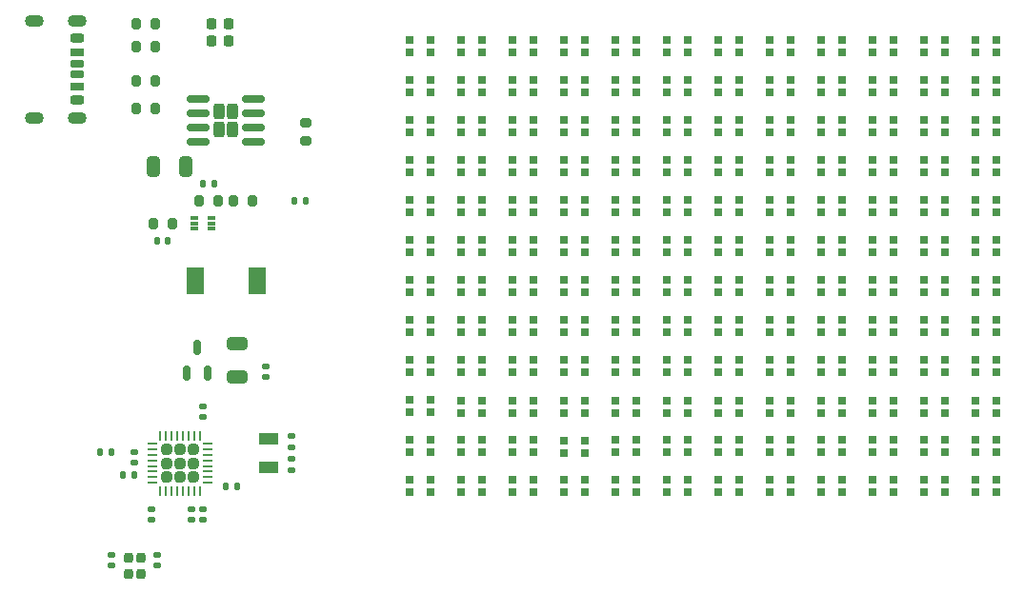
<source format=gbr>
%TF.GenerationSoftware,KiCad,Pcbnew,9.0.4*%
%TF.CreationDate,2026-01-26T21:10:16+09:00*%
%TF.ProjectId,BLE_LED_Dongle,424c455f-4c45-4445-9f44-6f6e676c652e,rev?*%
%TF.SameCoordinates,Original*%
%TF.FileFunction,Paste,Top*%
%TF.FilePolarity,Positive*%
%FSLAX46Y46*%
G04 Gerber Fmt 4.6, Leading zero omitted, Abs format (unit mm)*
G04 Created by KiCad (PCBNEW 9.0.4) date 2026-01-26 21:10:16*
%MOMM*%
%LPD*%
G01*
G04 APERTURE LIST*
G04 Aperture macros list*
%AMRoundRect*
0 Rectangle with rounded corners*
0 $1 Rounding radius*
0 $2 $3 $4 $5 $6 $7 $8 $9 X,Y pos of 4 corners*
0 Add a 4 corners polygon primitive as box body*
4,1,4,$2,$3,$4,$5,$6,$7,$8,$9,$2,$3,0*
0 Add four circle primitives for the rounded corners*
1,1,$1+$1,$2,$3*
1,1,$1+$1,$4,$5*
1,1,$1+$1,$6,$7*
1,1,$1+$1,$8,$9*
0 Add four rect primitives between the rounded corners*
20,1,$1+$1,$2,$3,$4,$5,0*
20,1,$1+$1,$4,$5,$6,$7,0*
20,1,$1+$1,$6,$7,$8,$9,0*
20,1,$1+$1,$8,$9,$2,$3,0*%
G04 Aperture macros list end*
%ADD10R,0.670001X0.299999*%
%ADD11R,0.700000X0.700000*%
%ADD12RoundRect,0.140000X-0.170000X0.140000X-0.170000X-0.140000X0.170000X-0.140000X0.170000X0.140000X0*%
%ADD13RoundRect,0.147500X-0.147500X-0.172500X0.147500X-0.172500X0.147500X0.172500X-0.147500X0.172500X0*%
%ADD14RoundRect,0.200000X0.200000X0.275000X-0.200000X0.275000X-0.200000X-0.275000X0.200000X-0.275000X0*%
%ADD15RoundRect,0.140000X0.170000X-0.140000X0.170000X0.140000X-0.170000X0.140000X-0.170000X-0.140000X0*%
%ADD16RoundRect,0.140000X0.140000X0.170000X-0.140000X0.170000X-0.140000X-0.170000X0.140000X-0.170000X0*%
%ADD17RoundRect,0.140000X-0.140000X-0.170000X0.140000X-0.170000X0.140000X0.170000X-0.140000X0.170000X0*%
%ADD18R,1.500000X2.400000*%
%ADD19RoundRect,0.200000X-0.200000X-0.275000X0.200000X-0.275000X0.200000X0.275000X-0.200000X0.275000X0*%
%ADD20R,1.800000X1.000000*%
%ADD21RoundRect,0.150000X0.150000X-0.512500X0.150000X0.512500X-0.150000X0.512500X-0.150000X-0.512500X0*%
%ADD22RoundRect,0.175000X-0.425000X0.175000X-0.425000X-0.175000X0.425000X-0.175000X0.425000X0.175000X0*%
%ADD23RoundRect,0.190000X0.410000X-0.190000X0.410000X0.190000X-0.410000X0.190000X-0.410000X-0.190000X0*%
%ADD24RoundRect,0.200000X0.400000X-0.200000X0.400000X0.200000X-0.400000X0.200000X-0.400000X-0.200000X0*%
%ADD25RoundRect,0.175000X0.425000X-0.175000X0.425000X0.175000X-0.425000X0.175000X-0.425000X-0.175000X0*%
%ADD26RoundRect,0.190000X-0.410000X0.190000X-0.410000X-0.190000X0.410000X-0.190000X0.410000X0.190000X0*%
%ADD27RoundRect,0.200000X-0.400000X0.200000X-0.400000X-0.200000X0.400000X-0.200000X0.400000X0.200000X0*%
%ADD28O,1.700000X1.100000*%
%ADD29RoundRect,0.218750X-0.218750X-0.256250X0.218750X-0.256250X0.218750X0.256250X-0.218750X0.256250X0*%
%ADD30RoundRect,0.250000X-0.650000X0.325000X-0.650000X-0.325000X0.650000X-0.325000X0.650000X0.325000X0*%
%ADD31RoundRect,0.250000X0.325000X0.650000X-0.325000X0.650000X-0.325000X-0.650000X0.325000X-0.650000X0*%
%ADD32RoundRect,0.200000X-0.275000X0.200000X-0.275000X-0.200000X0.275000X-0.200000X0.275000X0.200000X0*%
%ADD33RoundRect,0.200000X-0.200000X0.250000X-0.200000X-0.250000X0.200000X-0.250000X0.200000X0.250000X0*%
%ADD34RoundRect,0.242500X0.242500X0.242500X-0.242500X0.242500X-0.242500X-0.242500X0.242500X-0.242500X0*%
%ADD35RoundRect,0.062500X0.337500X0.062500X-0.337500X0.062500X-0.337500X-0.062500X0.337500X-0.062500X0*%
%ADD36RoundRect,0.062500X0.062500X0.337500X-0.062500X0.337500X-0.062500X-0.337500X0.062500X-0.337500X0*%
%ADD37RoundRect,0.250000X0.255000X0.440000X-0.255000X0.440000X-0.255000X-0.440000X0.255000X-0.440000X0*%
%ADD38RoundRect,0.150000X0.825000X0.150000X-0.825000X0.150000X-0.825000X-0.150000X0.825000X-0.150000X0*%
G04 APERTURE END LIST*
D10*
%TO.C,U2*%
X108839188Y-44446798D03*
X108839188Y-44946797D03*
X108839188Y-45446799D03*
X110319190Y-45446799D03*
X110319190Y-44946797D03*
X110319190Y-44446798D03*
%TD*%
D11*
%TO.C,D36*%
X138942189Y-68892800D03*
X138942189Y-67792800D03*
X137112189Y-67792800D03*
X137112189Y-68892800D03*
%TD*%
%TO.C,D11*%
X129798189Y-65302800D03*
X129798189Y-64202800D03*
X127968189Y-64202800D03*
X127968189Y-65302800D03*
%TD*%
%TO.C,D107*%
X166374189Y-65342800D03*
X166374189Y-64242800D03*
X164544189Y-64242800D03*
X164544189Y-65342800D03*
%TD*%
%TO.C,D120*%
X170946189Y-68892800D03*
X170946189Y-67792800D03*
X169116189Y-67792800D03*
X169116189Y-68892800D03*
%TD*%
%TO.C,D70*%
X152658189Y-61792800D03*
X152658189Y-60692800D03*
X150828189Y-60692800D03*
X150828189Y-61792800D03*
%TD*%
%TO.C,D119*%
X170946189Y-65342800D03*
X170946189Y-64242800D03*
X169116189Y-64242800D03*
X169116189Y-65342800D03*
%TD*%
%TO.C,D84*%
X157230189Y-68892800D03*
X157230189Y-67792800D03*
X155400189Y-67792800D03*
X155400189Y-68892800D03*
%TD*%
%TO.C,D142*%
X180090189Y-61792800D03*
X180090189Y-60692800D03*
X178260189Y-60692800D03*
X178260189Y-61792800D03*
%TD*%
%TO.C,D58*%
X148086189Y-61792800D03*
X148086189Y-60692800D03*
X146256189Y-60692800D03*
X146256189Y-61792800D03*
%TD*%
%TO.C,D46*%
X143514189Y-61798800D03*
X143514189Y-60698800D03*
X141684189Y-60698800D03*
X141684189Y-61798800D03*
%TD*%
%TO.C,D72*%
X152658189Y-68892800D03*
X152658189Y-67792800D03*
X150828189Y-67792800D03*
X150828189Y-68892800D03*
%TD*%
%TO.C,D82*%
X157230189Y-61792800D03*
X157230189Y-60692800D03*
X155400189Y-60692800D03*
X155400189Y-61792800D03*
%TD*%
%TO.C,D130*%
X175518189Y-61792800D03*
X175518189Y-60692800D03*
X173688189Y-60692800D03*
X173688189Y-61792800D03*
%TD*%
%TO.C,D10*%
X129798189Y-61752800D03*
X129798189Y-60652800D03*
X127968189Y-60652800D03*
X127968189Y-61752800D03*
%TD*%
%TO.C,D95*%
X161802189Y-65342800D03*
X161802189Y-64242800D03*
X159972189Y-64242800D03*
X159972189Y-65342800D03*
%TD*%
%TO.C,D132*%
X175518189Y-68892800D03*
X175518189Y-67792800D03*
X173688189Y-67792800D03*
X173688189Y-68892800D03*
%TD*%
%TO.C,D71*%
X152658189Y-65342800D03*
X152658189Y-64242800D03*
X150828189Y-64242800D03*
X150828189Y-65342800D03*
%TD*%
%TO.C,D108*%
X166374189Y-68892800D03*
X166374189Y-67792800D03*
X164544189Y-67792800D03*
X164544189Y-68892800D03*
%TD*%
%TO.C,D23*%
X134370189Y-65342800D03*
X134370189Y-64242800D03*
X132540189Y-64242800D03*
X132540189Y-65342800D03*
%TD*%
%TO.C,D22*%
X134370189Y-61792800D03*
X134370189Y-60692800D03*
X132540189Y-60692800D03*
X132540189Y-61792800D03*
%TD*%
%TO.C,D35*%
X138942189Y-65342800D03*
X138942189Y-64242800D03*
X137112189Y-64242800D03*
X137112189Y-65342800D03*
%TD*%
%TO.C,D118*%
X170946189Y-61792800D03*
X170946189Y-60692800D03*
X169116189Y-60692800D03*
X169116189Y-61792800D03*
%TD*%
%TO.C,D9*%
X127968189Y-58156800D03*
X127968189Y-57056800D03*
X129798189Y-57056800D03*
X129798189Y-58156800D03*
%TD*%
%TO.C,D12*%
X129798189Y-68852800D03*
X129798189Y-67752800D03*
X127968189Y-67752800D03*
X127968189Y-68852800D03*
%TD*%
%TO.C,D48*%
X143514189Y-68898800D03*
X143514189Y-67798800D03*
X141684189Y-67798800D03*
X141684189Y-68898800D03*
%TD*%
%TO.C,D34*%
X138942189Y-61792800D03*
X138942189Y-60692800D03*
X137112189Y-60692800D03*
X137112189Y-61792800D03*
%TD*%
%TO.C,D83*%
X157230189Y-65342800D03*
X157230189Y-64242800D03*
X155400189Y-64242800D03*
X155400189Y-65342800D03*
%TD*%
%TO.C,D94*%
X161802189Y-61792800D03*
X161802189Y-60692800D03*
X159972189Y-60692800D03*
X159972189Y-61792800D03*
%TD*%
%TO.C,D96*%
X161802189Y-68892800D03*
X161802189Y-67792800D03*
X159972189Y-67792800D03*
X159972189Y-68892800D03*
%TD*%
%TO.C,D60*%
X148086189Y-68892800D03*
X148086189Y-67792800D03*
X146256189Y-67792800D03*
X146256189Y-68892800D03*
%TD*%
%TO.C,D47*%
X143514189Y-65348800D03*
X143514189Y-64248800D03*
X141684189Y-64248800D03*
X141684189Y-65348800D03*
%TD*%
%TO.C,D131*%
X175518189Y-65342800D03*
X175518189Y-64242800D03*
X173688189Y-64242800D03*
X173688189Y-65342800D03*
%TD*%
%TO.C,D59*%
X148086189Y-65342800D03*
X148086189Y-64242800D03*
X146256189Y-64242800D03*
X146256189Y-65342800D03*
%TD*%
%TO.C,D106*%
X166374189Y-61792800D03*
X166374189Y-60692800D03*
X164544189Y-60692800D03*
X164544189Y-61792800D03*
%TD*%
%TO.C,D24*%
X134370189Y-68892800D03*
X134370189Y-67792800D03*
X132540189Y-67792800D03*
X132540189Y-68892800D03*
%TD*%
%TO.C,D143*%
X180090189Y-65342800D03*
X180090189Y-64242800D03*
X178260189Y-64242800D03*
X178260189Y-65342800D03*
%TD*%
%TO.C,D144*%
X180090189Y-68892800D03*
X180090189Y-67792800D03*
X178260189Y-67792800D03*
X178260189Y-68892800D03*
%TD*%
%TO.C,D8*%
X129798189Y-54606800D03*
X129798189Y-53506800D03*
X127968189Y-53506800D03*
X127968189Y-54606800D03*
%TD*%
D12*
%TO.C,C3*%
X117453189Y-63897800D03*
X117453189Y-64857800D03*
%TD*%
D11*
%TO.C,D114*%
X170946189Y-47528800D03*
X170946189Y-46428800D03*
X169116189Y-46428800D03*
X169116189Y-47528800D03*
%TD*%
%TO.C,D42*%
X143514189Y-47528800D03*
X143514189Y-46428800D03*
X141684189Y-46428800D03*
X141684189Y-47528800D03*
%TD*%
%TO.C,D133*%
X180090189Y-29760800D03*
X180090189Y-28660800D03*
X178260189Y-28660800D03*
X178260189Y-29760800D03*
%TD*%
%TO.C,D54*%
X148086189Y-47528800D03*
X148086189Y-46428800D03*
X146256189Y-46428800D03*
X146256189Y-47528800D03*
%TD*%
D12*
%TO.C,C9*%
X105007189Y-70374800D03*
X105007189Y-71334800D03*
%TD*%
D11*
%TO.C,D40*%
X143514189Y-40428800D03*
X143514189Y-39328800D03*
X141684189Y-39328800D03*
X141684189Y-40428800D03*
%TD*%
%TO.C,D43*%
X143514189Y-51102800D03*
X143514189Y-50002800D03*
X141684189Y-50002800D03*
X141684189Y-51102800D03*
%TD*%
%TO.C,D113*%
X170946189Y-43978800D03*
X170946189Y-42878800D03*
X169116189Y-42878800D03*
X169116189Y-43978800D03*
%TD*%
%TO.C,D5*%
X129798189Y-43938800D03*
X129798189Y-42838800D03*
X127968189Y-42838800D03*
X127968189Y-43938800D03*
%TD*%
%TO.C,D69*%
X152658189Y-58196800D03*
X152658189Y-57096800D03*
X150828189Y-57096800D03*
X150828189Y-58196800D03*
%TD*%
%TO.C,D31*%
X138942189Y-51096800D03*
X138942189Y-49996800D03*
X137112189Y-49996800D03*
X137112189Y-51096800D03*
%TD*%
%TO.C,D112*%
X170946189Y-40428800D03*
X170946189Y-39328800D03*
X169116189Y-39328800D03*
X169116189Y-40428800D03*
%TD*%
%TO.C,D39*%
X143514189Y-36860800D03*
X143514189Y-35760800D03*
X141684189Y-35760800D03*
X141684189Y-36860800D03*
%TD*%
%TO.C,D135*%
X180090189Y-36860800D03*
X180090189Y-35760800D03*
X178260189Y-35760800D03*
X178260189Y-36860800D03*
%TD*%
%TO.C,D18*%
X134370189Y-47528800D03*
X134370189Y-46428800D03*
X132540189Y-46428800D03*
X132540189Y-47528800D03*
%TD*%
%TO.C,D15*%
X134370189Y-36860800D03*
X134370189Y-35760800D03*
X132540189Y-35760800D03*
X132540189Y-36860800D03*
%TD*%
%TO.C,D14*%
X134370189Y-33310800D03*
X134370189Y-32210800D03*
X132540189Y-32210800D03*
X132540189Y-33310800D03*
%TD*%
D12*
%TO.C,C2*%
X105515189Y-74438800D03*
X105515189Y-75398800D03*
%TD*%
D11*
%TO.C,D98*%
X166374189Y-33310800D03*
X166374189Y-32210800D03*
X164544189Y-32210800D03*
X164544189Y-33310800D03*
%TD*%
%TO.C,D103*%
X166374189Y-51096800D03*
X166374189Y-49996800D03*
X164544189Y-49996800D03*
X164544189Y-51096800D03*
%TD*%
%TO.C,D115*%
X170946189Y-51096800D03*
X170946189Y-49996800D03*
X169116189Y-49996800D03*
X169116189Y-51096800D03*
%TD*%
D13*
%TO.C,L1*%
X100458189Y-65266800D03*
X101428189Y-65266800D03*
%TD*%
D11*
%TO.C,D26*%
X138942189Y-33310800D03*
X138942189Y-32210800D03*
X137112189Y-32210800D03*
X137112189Y-33310800D03*
%TD*%
D12*
%TO.C,C11*%
X103483189Y-65294800D03*
X103483189Y-66254800D03*
%TD*%
D11*
%TO.C,D77*%
X157230189Y-43978800D03*
X157230189Y-42878800D03*
X155400189Y-42878800D03*
X155400189Y-43978800D03*
%TD*%
%TO.C,D124*%
X175518189Y-40428800D03*
X175518189Y-39328800D03*
X173688189Y-39328800D03*
X173688189Y-40428800D03*
%TD*%
%TO.C,D66*%
X152658189Y-47528800D03*
X152658189Y-46428800D03*
X150828189Y-46428800D03*
X150828189Y-47528800D03*
%TD*%
D14*
%TO.C,R5*%
X106820189Y-44946800D03*
X105170189Y-44946800D03*
%TD*%
D11*
%TO.C,D99*%
X166374189Y-36860800D03*
X166374189Y-35760800D03*
X164544189Y-35760800D03*
X164544189Y-36860800D03*
%TD*%
%TO.C,D44*%
X143514189Y-54652800D03*
X143514189Y-53552800D03*
X141684189Y-53552800D03*
X141684189Y-54652800D03*
%TD*%
%TO.C,D61*%
X152658189Y-29760800D03*
X152658189Y-28660800D03*
X150828189Y-28660800D03*
X150828189Y-29760800D03*
%TD*%
D12*
%TO.C,C15*%
X115167189Y-57674800D03*
X115167189Y-58634800D03*
%TD*%
D15*
%TO.C,C8*%
X109579189Y-62190800D03*
X109579189Y-61230800D03*
%TD*%
D16*
%TO.C,C6*%
X103455189Y-67298800D03*
X102495189Y-67298800D03*
%TD*%
D11*
%TO.C,D37*%
X143514189Y-29760800D03*
X143514189Y-28660800D03*
X141684189Y-28660800D03*
X141684189Y-29760800D03*
%TD*%
D17*
%TO.C,C14*%
X117735189Y-42914800D03*
X118695189Y-42914800D03*
%TD*%
D11*
%TO.C,D125*%
X175518189Y-43978800D03*
X175518189Y-42878800D03*
X173688189Y-42878800D03*
X173688189Y-43978800D03*
%TD*%
%TO.C,D57*%
X148086189Y-58196800D03*
X148086189Y-57096800D03*
X146256189Y-57096800D03*
X146256189Y-58196800D03*
%TD*%
D18*
%TO.C,L2*%
X108861189Y-50026800D03*
X114361189Y-50026800D03*
%TD*%
D19*
%TO.C,R7*%
X103674189Y-27166800D03*
X105324189Y-27166800D03*
%TD*%
D12*
%TO.C,C10*%
X109579189Y-70374800D03*
X109579189Y-71334800D03*
%TD*%
D11*
%TO.C,D85*%
X161802189Y-29760800D03*
X161802189Y-28660800D03*
X159972189Y-28660800D03*
X159972189Y-29760800D03*
%TD*%
%TO.C,D91*%
X161802189Y-51096800D03*
X161802189Y-49996800D03*
X159972189Y-49996800D03*
X159972189Y-51096800D03*
%TD*%
%TO.C,D134*%
X180090189Y-33310800D03*
X180090189Y-32210800D03*
X178260189Y-32210800D03*
X178260189Y-33310800D03*
%TD*%
%TO.C,D3*%
X129798189Y-36820800D03*
X129798189Y-35720800D03*
X127968189Y-35720800D03*
X127968189Y-36820800D03*
%TD*%
D20*
%TO.C,Y1*%
X115421189Y-64143800D03*
X115421189Y-66643800D03*
%TD*%
D11*
%TO.C,D50*%
X148086189Y-33310800D03*
X148086189Y-32210800D03*
X146256189Y-32210800D03*
X146256189Y-33310800D03*
%TD*%
%TO.C,D6*%
X129798189Y-47488800D03*
X129798189Y-46388800D03*
X127968189Y-46388800D03*
X127968189Y-47488800D03*
%TD*%
%TO.C,D76*%
X157230189Y-40428800D03*
X157230189Y-39328800D03*
X155400189Y-39328800D03*
X155400189Y-40428800D03*
%TD*%
%TO.C,D74*%
X157230189Y-33310800D03*
X157230189Y-32210800D03*
X155400189Y-32210800D03*
X155400189Y-33310800D03*
%TD*%
D21*
%TO.C,U4*%
X108121189Y-58276300D03*
X110021189Y-58276300D03*
X109071189Y-56001300D03*
%TD*%
D11*
%TO.C,D1*%
X129798189Y-29720800D03*
X129798189Y-28620800D03*
X127968189Y-28620800D03*
X127968189Y-29720800D03*
%TD*%
%TO.C,D89*%
X161802189Y-43978800D03*
X161802189Y-42878800D03*
X159972189Y-42878800D03*
X159972189Y-43978800D03*
%TD*%
%TO.C,D109*%
X170946189Y-29760800D03*
X170946189Y-28660800D03*
X169116189Y-28660800D03*
X169116189Y-29760800D03*
%TD*%
%TO.C,D78*%
X157230189Y-47528800D03*
X157230189Y-46428800D03*
X155400189Y-46428800D03*
X155400189Y-47528800D03*
%TD*%
D22*
%TO.C,J3*%
X98435189Y-30730800D03*
D23*
X98435189Y-32750800D03*
D24*
X98435189Y-33980800D03*
D25*
X98435189Y-31730800D03*
D26*
X98435189Y-29710800D03*
D27*
X98435189Y-28480800D03*
D28*
X98355189Y-26910800D03*
X94555189Y-26910800D03*
X98355189Y-35550800D03*
X94555189Y-35550800D03*
%TD*%
D11*
%TO.C,D16*%
X134370189Y-40428800D03*
X134370189Y-39328800D03*
X132540189Y-39328800D03*
X132540189Y-40428800D03*
%TD*%
D14*
%TO.C,R3*%
X105324189Y-32246800D03*
X103674189Y-32246800D03*
%TD*%
D11*
%TO.C,D136*%
X180090189Y-40428800D03*
X180090189Y-39328800D03*
X178260189Y-39328800D03*
X178260189Y-40428800D03*
%TD*%
%TO.C,D92*%
X161802189Y-54646800D03*
X161802189Y-53546800D03*
X159972189Y-53546800D03*
X159972189Y-54646800D03*
%TD*%
%TO.C,D80*%
X157230189Y-54652800D03*
X157230189Y-53552800D03*
X155400189Y-53552800D03*
X155400189Y-54652800D03*
%TD*%
%TO.C,D105*%
X166374189Y-58196800D03*
X166374189Y-57096800D03*
X164544189Y-57096800D03*
X164544189Y-58196800D03*
%TD*%
%TO.C,D88*%
X161802189Y-40428800D03*
X161802189Y-39328800D03*
X159972189Y-39328800D03*
X159972189Y-40428800D03*
%TD*%
D17*
%TO.C,C5*%
X111639189Y-68314800D03*
X112599189Y-68314800D03*
%TD*%
D12*
%TO.C,C7*%
X108563189Y-70374800D03*
X108563189Y-71334800D03*
%TD*%
D14*
%TO.C,R1*%
X110912189Y-42914800D03*
X109262189Y-42914800D03*
%TD*%
D11*
%TO.C,D127*%
X175518189Y-51096800D03*
X175518189Y-49996800D03*
X173688189Y-49996800D03*
X173688189Y-51096800D03*
%TD*%
%TO.C,D111*%
X170946189Y-36860800D03*
X170946189Y-35760800D03*
X169116189Y-35760800D03*
X169116189Y-36860800D03*
%TD*%
%TO.C,D75*%
X157230189Y-36860800D03*
X157230189Y-35760800D03*
X155400189Y-35760800D03*
X155400189Y-36860800D03*
%TD*%
%TO.C,D123*%
X175518189Y-36860800D03*
X175518189Y-35760800D03*
X173688189Y-35760800D03*
X173688189Y-36860800D03*
%TD*%
D17*
%TO.C,C12*%
X105515189Y-46470800D03*
X106475189Y-46470800D03*
%TD*%
D11*
%TO.C,D4*%
X129798189Y-40388800D03*
X129798189Y-39288800D03*
X127968189Y-39288800D03*
X127968189Y-40388800D03*
%TD*%
%TO.C,D141*%
X180090189Y-58196800D03*
X180090189Y-57096800D03*
X178260189Y-57096800D03*
X178260189Y-58196800D03*
%TD*%
%TO.C,D33*%
X138942189Y-58196800D03*
X138942189Y-57096800D03*
X137112189Y-57096800D03*
X137112189Y-58196800D03*
%TD*%
D14*
%TO.C,R4*%
X113960189Y-42914800D03*
X112310189Y-42914800D03*
%TD*%
D11*
%TO.C,D19*%
X134370189Y-51056800D03*
X134370189Y-49956800D03*
X132540189Y-49956800D03*
X132540189Y-51056800D03*
%TD*%
%TO.C,D126*%
X175518189Y-47528800D03*
X175518189Y-46428800D03*
X173688189Y-46428800D03*
X173688189Y-47528800D03*
%TD*%
D29*
%TO.C,D146*%
X110315689Y-27166800D03*
X111890689Y-27166800D03*
%TD*%
D11*
%TO.C,D138*%
X180090189Y-47528800D03*
X180090189Y-46428800D03*
X178260189Y-46428800D03*
X178260189Y-47528800D03*
%TD*%
%TO.C,D62*%
X152658189Y-33310800D03*
X152658189Y-32210800D03*
X150828189Y-32210800D03*
X150828189Y-33310800D03*
%TD*%
%TO.C,D137*%
X180090189Y-43978800D03*
X180090189Y-42878800D03*
X178260189Y-42878800D03*
X178260189Y-43978800D03*
%TD*%
%TO.C,D2*%
X129798189Y-33270800D03*
X129798189Y-32170800D03*
X127968189Y-32170800D03*
X127968189Y-33270800D03*
%TD*%
%TO.C,D29*%
X138942189Y-43978800D03*
X138942189Y-42878800D03*
X137112189Y-42878800D03*
X137112189Y-43978800D03*
%TD*%
%TO.C,D13*%
X134370189Y-29760800D03*
X134370189Y-28660800D03*
X132540189Y-28660800D03*
X132540189Y-29760800D03*
%TD*%
%TO.C,D100*%
X166374189Y-40428800D03*
X166374189Y-39328800D03*
X164544189Y-39328800D03*
X164544189Y-40428800D03*
%TD*%
%TO.C,D41*%
X143514189Y-43978800D03*
X143514189Y-42878800D03*
X141684189Y-42878800D03*
X141684189Y-43978800D03*
%TD*%
%TO.C,D87*%
X161802189Y-36860800D03*
X161802189Y-35760800D03*
X159972189Y-35760800D03*
X159972189Y-36860800D03*
%TD*%
%TO.C,D67*%
X152658189Y-51096800D03*
X152658189Y-49996800D03*
X150828189Y-49996800D03*
X150828189Y-51096800D03*
%TD*%
%TO.C,D17*%
X134370189Y-43978800D03*
X134370189Y-42878800D03*
X132540189Y-42878800D03*
X132540189Y-43978800D03*
%TD*%
%TO.C,D97*%
X166374189Y-29760800D03*
X166374189Y-28660800D03*
X164544189Y-28660800D03*
X164544189Y-29760800D03*
%TD*%
D30*
%TO.C,C16*%
X112627189Y-55663800D03*
X112627189Y-58613800D03*
%TD*%
D29*
%TO.C,D145*%
X110315689Y-28690800D03*
X111890689Y-28690800D03*
%TD*%
D15*
%TO.C,C4*%
X117453189Y-66889800D03*
X117453189Y-65929800D03*
%TD*%
D11*
%TO.C,D140*%
X180090189Y-54646800D03*
X180090189Y-53546800D03*
X178260189Y-53546800D03*
X178260189Y-54646800D03*
%TD*%
D16*
%TO.C,C13*%
X110567189Y-41390800D03*
X109607189Y-41390800D03*
%TD*%
D11*
%TO.C,D7*%
X129798189Y-51056800D03*
X129798189Y-49956800D03*
X127968189Y-49956800D03*
X127968189Y-51056800D03*
%TD*%
D31*
%TO.C,C17*%
X108084189Y-39866800D03*
X105134189Y-39866800D03*
%TD*%
D32*
%TO.C,R10*%
X118723189Y-35993800D03*
X118723189Y-37643800D03*
%TD*%
D11*
%TO.C,D45*%
X143514189Y-58202800D03*
X143514189Y-57102800D03*
X141684189Y-57102800D03*
X141684189Y-58202800D03*
%TD*%
%TO.C,D117*%
X170946189Y-58196800D03*
X170946189Y-57096800D03*
X169116189Y-57096800D03*
X169116189Y-58196800D03*
%TD*%
%TO.C,D79*%
X157230189Y-51102800D03*
X157230189Y-50002800D03*
X155400189Y-50002800D03*
X155400189Y-51102800D03*
%TD*%
%TO.C,D21*%
X134370189Y-58156800D03*
X134370189Y-57056800D03*
X132540189Y-57056800D03*
X132540189Y-58156800D03*
%TD*%
%TO.C,D122*%
X175518189Y-33310800D03*
X175518189Y-32210800D03*
X173688189Y-32210800D03*
X173688189Y-33310800D03*
%TD*%
%TO.C,D68*%
X152658189Y-54646800D03*
X152658189Y-53546800D03*
X150828189Y-53546800D03*
X150828189Y-54646800D03*
%TD*%
%TO.C,D90*%
X161802189Y-47528800D03*
X161802189Y-46428800D03*
X159972189Y-46428800D03*
X159972189Y-47528800D03*
%TD*%
D12*
%TO.C,C1*%
X101451189Y-74438800D03*
X101451189Y-75398800D03*
%TD*%
D11*
%TO.C,D101*%
X166374189Y-43978800D03*
X166374189Y-42878800D03*
X164544189Y-42878800D03*
X164544189Y-43978800D03*
%TD*%
%TO.C,D53*%
X148086189Y-43978800D03*
X148086189Y-42878800D03*
X146256189Y-42878800D03*
X146256189Y-43978800D03*
%TD*%
%TO.C,D20*%
X134370189Y-54606800D03*
X134370189Y-53506800D03*
X132540189Y-53506800D03*
X132540189Y-54606800D03*
%TD*%
%TO.C,D73*%
X157230189Y-29760800D03*
X157230189Y-28660800D03*
X155400189Y-28660800D03*
X155400189Y-29760800D03*
%TD*%
%TO.C,D128*%
X175518189Y-54646800D03*
X175518189Y-53546800D03*
X173688189Y-53546800D03*
X173688189Y-54646800D03*
%TD*%
%TO.C,D81*%
X157230189Y-58202800D03*
X157230189Y-57102800D03*
X155400189Y-57102800D03*
X155400189Y-58202800D03*
%TD*%
%TO.C,D110*%
X170946189Y-33310800D03*
X170946189Y-32210800D03*
X169116189Y-32210800D03*
X169116189Y-33310800D03*
%TD*%
%TO.C,D30*%
X138942189Y-47528800D03*
X138942189Y-46428800D03*
X137112189Y-46428800D03*
X137112189Y-47528800D03*
%TD*%
%TO.C,D93*%
X161802189Y-58196800D03*
X161802189Y-57096800D03*
X159972189Y-57096800D03*
X159972189Y-58196800D03*
%TD*%
%TO.C,D64*%
X152658189Y-40428800D03*
X152658189Y-39328800D03*
X150828189Y-39328800D03*
X150828189Y-40428800D03*
%TD*%
%TO.C,D86*%
X161802189Y-33310800D03*
X161802189Y-32210800D03*
X159972189Y-32210800D03*
X159972189Y-33310800D03*
%TD*%
D19*
%TO.C,R6*%
X103674189Y-29198800D03*
X105324189Y-29198800D03*
%TD*%
D11*
%TO.C,D63*%
X152658189Y-36860800D03*
X152658189Y-35760800D03*
X150828189Y-35760800D03*
X150828189Y-36860800D03*
%TD*%
%TO.C,D129*%
X175518189Y-58196800D03*
X175518189Y-57096800D03*
X173688189Y-57096800D03*
X173688189Y-58196800D03*
%TD*%
%TO.C,D32*%
X138942189Y-54646800D03*
X138942189Y-53546800D03*
X137112189Y-53546800D03*
X137112189Y-54646800D03*
%TD*%
D14*
%TO.C,R2*%
X105324189Y-34756800D03*
X103674189Y-34756800D03*
%TD*%
D11*
%TO.C,D116*%
X170946189Y-54646800D03*
X170946189Y-53546800D03*
X169116189Y-53546800D03*
X169116189Y-54646800D03*
%TD*%
%TO.C,D28*%
X138942189Y-40428800D03*
X138942189Y-39328800D03*
X137112189Y-39328800D03*
X137112189Y-40428800D03*
%TD*%
%TO.C,D56*%
X148086189Y-54646800D03*
X148086189Y-53546800D03*
X146256189Y-53546800D03*
X146256189Y-54646800D03*
%TD*%
%TO.C,D52*%
X148086189Y-40428800D03*
X148086189Y-39328800D03*
X146256189Y-39328800D03*
X146256189Y-40428800D03*
%TD*%
%TO.C,D25*%
X138942189Y-29760800D03*
X138942189Y-28660800D03*
X137112189Y-28660800D03*
X137112189Y-29760800D03*
%TD*%
%TO.C,D49*%
X148086189Y-29760800D03*
X148086189Y-28660800D03*
X146256189Y-28660800D03*
X146256189Y-29760800D03*
%TD*%
%TO.C,D139*%
X180090189Y-51096800D03*
X180090189Y-49996800D03*
X178260189Y-49996800D03*
X178260189Y-51096800D03*
%TD*%
%TO.C,D102*%
X166374189Y-47528800D03*
X166374189Y-46428800D03*
X164544189Y-46428800D03*
X164544189Y-47528800D03*
%TD*%
%TO.C,D55*%
X148086189Y-51096800D03*
X148086189Y-49996800D03*
X146256189Y-49996800D03*
X146256189Y-51096800D03*
%TD*%
%TO.C,D27*%
X138942189Y-36860800D03*
X138942189Y-35760800D03*
X137112189Y-35760800D03*
X137112189Y-36860800D03*
%TD*%
%TO.C,D38*%
X143514189Y-33310800D03*
X143514189Y-32210800D03*
X141684189Y-32210800D03*
X141684189Y-33310800D03*
%TD*%
D33*
%TO.C,Y2*%
X102933189Y-74726800D03*
X102933189Y-76126800D03*
X104033189Y-76126800D03*
X104033189Y-74726800D03*
%TD*%
D11*
%TO.C,D104*%
X166374189Y-54646800D03*
X166374189Y-53546800D03*
X164544189Y-53546800D03*
X164544189Y-54646800D03*
%TD*%
D34*
%TO.C,U1*%
X108747189Y-67482800D03*
X108747189Y-66282800D03*
X108747189Y-65082800D03*
X107547189Y-67482800D03*
X107547189Y-66282800D03*
X107547189Y-65082800D03*
X106347189Y-67482800D03*
X106347189Y-66282800D03*
X106347189Y-65082800D03*
D35*
X109997189Y-68032800D03*
X109997189Y-67532800D03*
X109997189Y-67032800D03*
X109997189Y-66532800D03*
X109997189Y-66032800D03*
X109997189Y-65532800D03*
X109997189Y-65032800D03*
X109997189Y-64532800D03*
D36*
X109297189Y-63832800D03*
X108797189Y-63832800D03*
X108297189Y-63832800D03*
X107797189Y-63832800D03*
X107297189Y-63832800D03*
X106797189Y-63832800D03*
X106297189Y-63832800D03*
X105797189Y-63832800D03*
D35*
X105097189Y-64532800D03*
X105097189Y-65032800D03*
X105097189Y-65532800D03*
X105097189Y-66032800D03*
X105097189Y-66532800D03*
X105097189Y-67032800D03*
X105097189Y-67532800D03*
X105097189Y-68032800D03*
D36*
X105797189Y-68732800D03*
X106297189Y-68732800D03*
X106797189Y-68732800D03*
X107297189Y-68732800D03*
X107797189Y-68732800D03*
X108297189Y-68732800D03*
X108797189Y-68732800D03*
X109297189Y-68732800D03*
%TD*%
D11*
%TO.C,D51*%
X148086189Y-36860800D03*
X148086189Y-35760800D03*
X146256189Y-35760800D03*
X146256189Y-36860800D03*
%TD*%
%TO.C,D65*%
X152658189Y-43978800D03*
X152658189Y-42878800D03*
X150828189Y-42878800D03*
X150828189Y-43978800D03*
%TD*%
%TO.C,D121*%
X175518189Y-29760800D03*
X175518189Y-28660800D03*
X173688189Y-28660800D03*
X173688189Y-29760800D03*
%TD*%
D37*
%TO.C,U3*%
X112211189Y-36627800D03*
X112211189Y-34977800D03*
X111011189Y-36627800D03*
X111011189Y-34977800D03*
D38*
X114086189Y-37707800D03*
X114086189Y-36437800D03*
X114086189Y-35167800D03*
X114086189Y-33897800D03*
X109136189Y-33897800D03*
X109136189Y-35167800D03*
X109136189Y-36437800D03*
X109136189Y-37707800D03*
%TD*%
M02*

</source>
